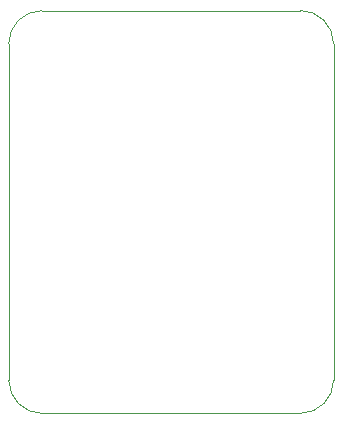
<source format=gm1>
%TF.GenerationSoftware,KiCad,Pcbnew,7.0.5-0*%
%TF.CreationDate,2024-02-04T17:49:50-05:00*%
%TF.ProjectId,Cutdown_Test,43757464-6f77-46e5-9f54-6573742e6b69,rev?*%
%TF.SameCoordinates,Original*%
%TF.FileFunction,Profile,NP*%
%FSLAX46Y46*%
G04 Gerber Fmt 4.6, Leading zero omitted, Abs format (unit mm)*
G04 Created by KiCad (PCBNEW 7.0.5-0) date 2024-02-04 17:49:50*
%MOMM*%
%LPD*%
G01*
G04 APERTURE LIST*
%TA.AperFunction,Profile*%
%ADD10C,0.100000*%
%TD*%
G04 APERTURE END LIST*
D10*
X151000001Y-89699999D02*
G75*
G03*
X148200001Y-86899999I-2800001J-1D01*
G01*
X148200000Y-121000000D02*
X126300000Y-121000000D01*
X123499999Y-118200001D02*
G75*
G03*
X126299999Y-121000001I2800001J1D01*
G01*
X148200001Y-121000001D02*
G75*
G03*
X151000001Y-118200001I-1J2800001D01*
G01*
X126300000Y-86900000D02*
G75*
G03*
X123500000Y-89700000I0J-2800000D01*
G01*
X123500000Y-118200000D02*
X123500000Y-89700000D01*
X126300000Y-86900000D02*
X148200000Y-86900000D01*
X151000000Y-89700000D02*
X151000000Y-118200000D01*
M02*

</source>
